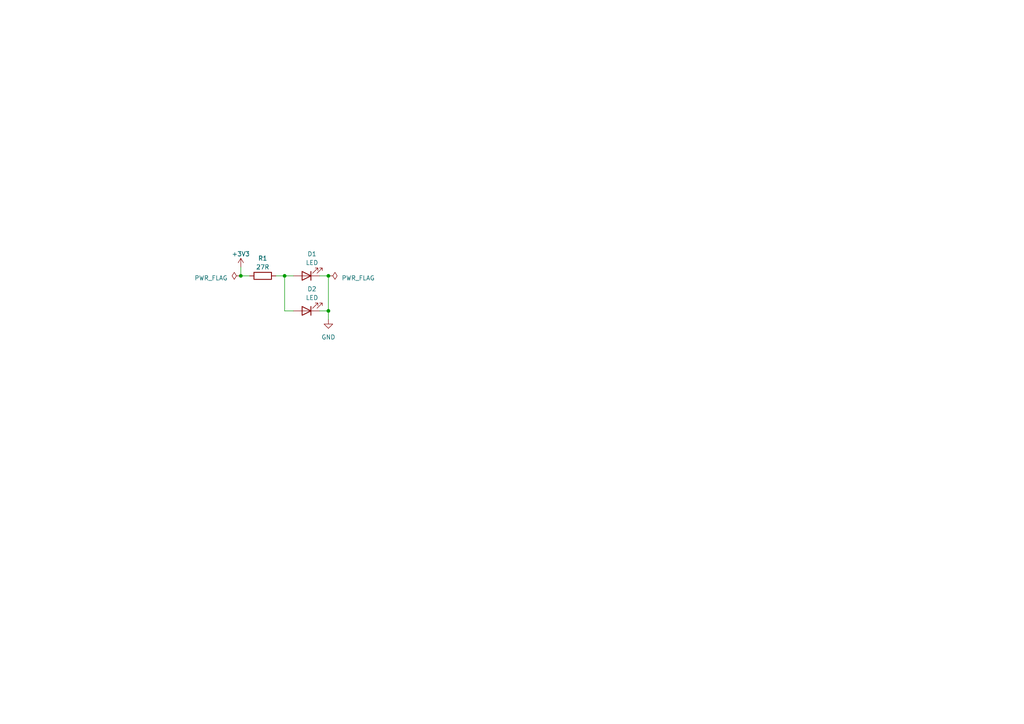
<source format=kicad_sch>
(kicad_sch (version 20230121) (generator eeschema)
  (paper "A4")
  (lib_symbols
    (symbol "Device:LED" (pin_numbers hide) (pin_names (offset 1.016) hide)
      (property "Reference" "D" (at 0 2.54 0))
      (property "Value" "LED" (at 0 -2.54 0))
      (symbol "LED_0_1"
        (polyline (pts (xy -1.27 -1.27) (xy -1.27 1.27)) (stroke (width 0.254)))
        (polyline (pts (xy -1.27 0) (xy 1.27 0)))
        (polyline (pts (xy 1.27 -1.27) (xy 1.27 1.27) (xy -1.27 0) (xy 1.27 -1.27)) (stroke (width 0.254)))
        (polyline (pts (xy -3.048 -0.762) (xy -4.572 -2.286) (xy -3.81 -2.286) (xy -4.572 -2.286) (xy -4.572 -1.524)))
        (polyline (pts (xy -1.778 -0.762) (xy -3.302 -2.286) (xy -2.54 -2.286) (xy -3.302 -2.286) (xy -3.302 -1.524)))
      )
      (symbol "LED_1_1"
        (pin passive line (at -3.81 0 0) (length 2.54) (name "K") (number "1"))
        (pin passive line (at 3.81 0 180) (length 2.54) (name "A") (number "2"))
      )
    )
    (symbol "Device:R" (pin_numbers hide) (pin_names (offset 0))
      (property "Reference" "R" (at 2.032 0 90))
      (property "Value" "R" (at 0 0 90))
      (symbol "R_0_1"
        (rectangle (start -1.016 -2.54) (end 1.016 2.54) (stroke (width 0.254)))
      )
      (symbol "R_1_1"
        (pin passive line (at 0 3.81 270) (length 1.27) (name "~") (number "1"))
        (pin passive line (at 0 -3.81 90) (length 1.27) (name "~") (number "2"))
      )
    )
    (symbol "power:+3V3" (power) (pin_names (offset 0))
      (property "Value" "+3V3" (at 0 3.556 0))
      (symbol "+3V3_0_1"
        (polyline (pts (xy -0.762 1.27) (xy 0 2.54)))
        (polyline (pts (xy 0 0) (xy 0 2.54)))
        (polyline (pts (xy 0 2.54) (xy 0.762 1.27)))
      )
      (symbol "+3V3_1_1"
        (pin power_in line (at 0 0 90) (length 0) hide (name "+3V3") (number "1"))
      )
    )
    (symbol "power:GND" (power) (pin_names (offset 0))
      (property "Value" "GND" (at 0 -3.81 0))
      (symbol "GND_0_1"
        (polyline (pts (xy 0 0) (xy 0 -1.27) (xy 1.27 -1.27) (xy 0 -2.54) (xy -1.27 -1.27) (xy 0 -1.27)))
      )
      (symbol "GND_1_1"
        (pin power_in line (at 0 0 270) (length 0) hide (name "GND") (number "1"))
      )
    )
    (symbol "power:PWR_FLAG" (power) (pin_numbers hide) (pin_names (offset 0) hide)
      (property "Value" "PWR_FLAG" (at 0 3.81 0))
      (symbol "PWR_FLAG_0_0"
        (pin power_out line (at 0 0 90) (length 0) (name "pwr") (number "1"))
      )
      (symbol "PWR_FLAG_0_1"
        (polyline (pts (xy 0 0) (xy 0 1.27) (xy -1.016 1.905) (xy 0 2.54) (xy 1.016 1.905) (xy 0 1.27)))
      )
    )
  )
  (junction (at 82.55 80.01))
  (junction (at 69.85 80.01))
  (junction (at 95.25 90.17))
  (junction (at 95.25 80.01))
  (wire (pts (xy 82.55 80.01) (xy 82.55 90.17)))
  (wire (pts (xy 69.85 77.47) (xy 69.85 80.01)))
  (wire (pts (xy 82.55 80.01) (xy 85.09 80.01)))
  (wire (pts (xy 95.25 80.01) (xy 92.71 80.01)))
  (wire (pts (xy 95.25 92.71) (xy 95.25 90.17)))
  (wire (pts (xy 69.85 80.01) (xy 72.39 80.01)))
  (wire (pts (xy 95.25 90.17) (xy 95.25 80.01)))
  (wire (pts (xy 80.01 80.01) (xy 82.55 80.01)))
  (wire (pts (xy 92.71 90.17) (xy 95.25 90.17)))
  (wire (pts (xy 82.55 90.17) (xy 85.09 90.17)))
  (symbol (lib_id "power:PWR_FLAG") (at 69.85 80.01 90) (unit 1)
    (property "Reference" "#FLG01" (effects hide))
    (property "Value" "PWR_FLAG" (at 66.04 80.645 90) (effects (justify left)))
  )
  (symbol (lib_id "power:PWR_FLAG") (at 95.25 80.01 270) (unit 1)
    (property "Reference" "#FLG02" (effects hide))
    (property "Value" "PWR_FLAG" (at 99.06 80.645 90) (effects (justify left)))
  )
  (symbol (lib_id "Device:R") (at 76.2 80.01 90) (unit 1)
    (property "Reference" "R1" (at 76.2 74.93 90))
    (property "Value" "27R" (at 76.2 77.47 90))
    (property "Footprint" "Resistor_SMD:R_0603_1608Metric" (effects hide))
    (property "LCSC" "C23140" (effects hide))
  )
  (symbol (lib_id "Device:LED") (at 88.9 80.01 180) (unit 1)
    (property "Reference" "D1" (at 90.4875 73.66 0))
    (property "Value" "LED" (at 90.4875 76.2 0))
    (property "Footprint" "LED_SMD:LED_0603_1608Metric" (effects hide))
    (property "LCSC" "C2290" (effects hide))
  )
  (symbol (lib_id "power:+3V3") (at 69.85 77.47 0) (unit 1)
    (property "Reference" "#PWR01" (effects hide))
    (property "Value" "+3V3" (at 69.85 73.66 0))
  )
  (symbol (lib_id "Device:LED") (at 88.9 90.17 180) (unit 1)
    (property "Reference" "D2" (at 90.4875 83.82 0))
    (property "Value" "LED" (at 90.4875 86.36 0))
    (property "Footprint" "LED_SMD:LED_0603_1608Metric" (effects hide))
    (property "LCSC" "C2290" (effects hide))
  )
  (symbol (lib_id "power:GND") (at 95.25 92.71 0) (unit 1)
    (property "Reference" "#PWR02" (effects hide))
    (property "Value" "GND" (at 95.25 97.79 0))
  )
)
</source>
